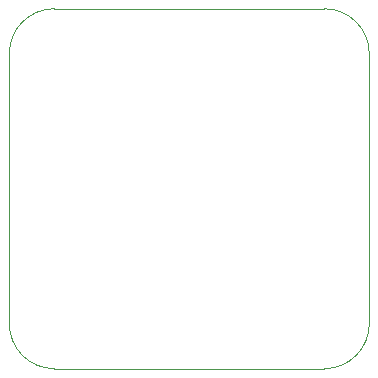
<source format=gbr>
%TF.GenerationSoftware,KiCad,Pcbnew,8.0.4-8.0.4-0~ubuntu22.04.1*%
%TF.CreationDate,2024-08-03T19:38:37+03:00*%
%TF.ProjectId,PM-Bus,504d2d42-7573-42e6-9b69-6361645f7063,rev?*%
%TF.SameCoordinates,Original*%
%TF.FileFunction,Profile,NP*%
%FSLAX46Y46*%
G04 Gerber Fmt 4.6, Leading zero omitted, Abs format (unit mm)*
G04 Created by KiCad (PCBNEW 8.0.4-8.0.4-0~ubuntu22.04.1) date 2024-08-03 19:38:37*
%MOMM*%
%LPD*%
G01*
G04 APERTURE LIST*
%TA.AperFunction,Profile*%
%ADD10C,0.050000*%
%TD*%
G04 APERTURE END LIST*
D10*
X64770000Y-76200000D02*
X87630000Y-76200000D01*
X91440000Y-102870000D02*
G75*
G02*
X87630000Y-106680000I-3810000J0D01*
G01*
X60960000Y-80010000D02*
G75*
G02*
X64770000Y-76200000I3810000J0D01*
G01*
X87630000Y-106680000D02*
X64770000Y-106680000D01*
X87630000Y-76200000D02*
G75*
G02*
X91440000Y-80010000I0J-3810000D01*
G01*
X64770000Y-106680000D02*
G75*
G02*
X60960000Y-102870000I0J3810000D01*
G01*
X91440000Y-80010000D02*
X91440000Y-102870000D01*
X60960000Y-102870000D02*
X60960000Y-80010000D01*
M02*

</source>
